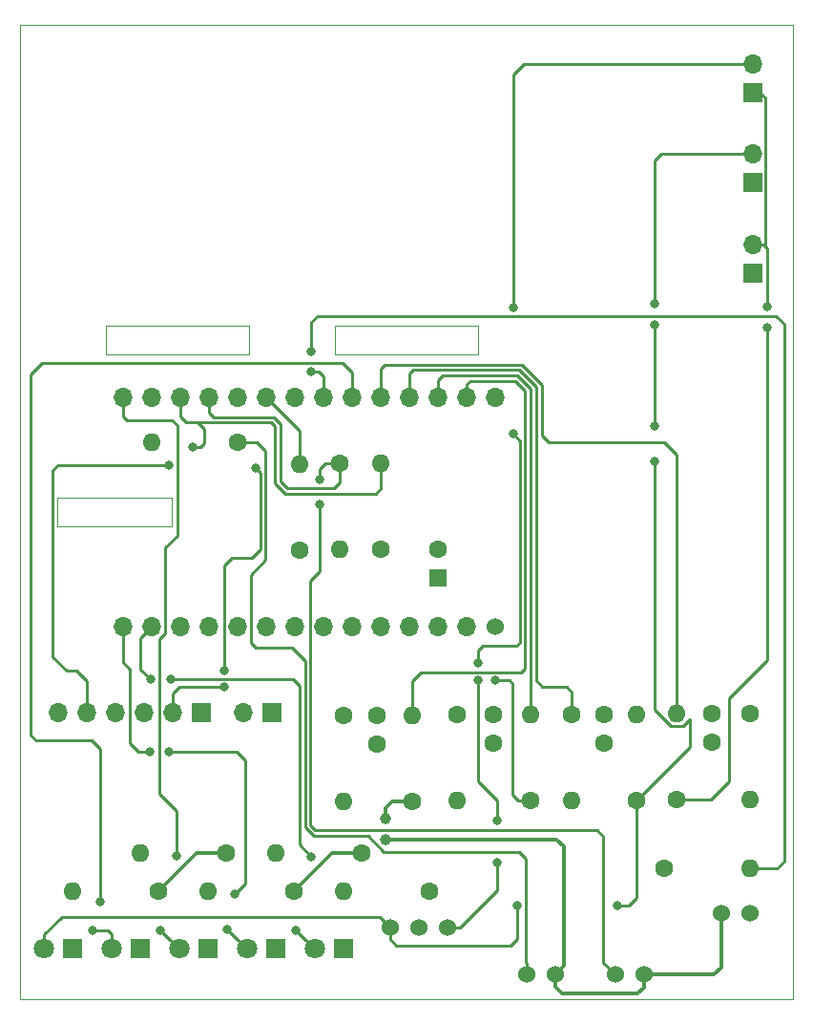
<source format=gbl>
G04 #@! TF.GenerationSoftware,KiCad,Pcbnew,(5.1.4)-1*
G04 #@! TF.CreationDate,2019-12-06T09:41:04+01:00*
G04 #@! TF.ProjectId,e-p-wifi,652d702d-7769-4666-992e-6b696361645f,1.0*
G04 #@! TF.SameCoordinates,Original*
G04 #@! TF.FileFunction,Copper,L2,Bot*
G04 #@! TF.FilePolarity,Positive*
%FSLAX46Y46*%
G04 Gerber Fmt 4.6, Leading zero omitted, Abs format (unit mm)*
G04 Created by KiCad (PCBNEW (5.1.4)-1) date 2019-12-06 09:41:04*
%MOMM*%
%LPD*%
G04 APERTURE LIST*
%ADD10C,0.100000*%
%ADD11R,1.800000X1.800000*%
%ADD12C,1.800000*%
%ADD13C,1.600000*%
%ADD14R,1.700000X1.700000*%
%ADD15O,1.700000X1.700000*%
%ADD16R,1.600000X1.600000*%
%ADD17O,1.600000X1.600000*%
%ADD18C,1.524000*%
%ADD19C,1.000000*%
%ADD20C,0.800000*%
%ADD21C,0.350000*%
%ADD22C,0.250000*%
G04 APERTURE END LIST*
D10*
X40326000Y-46670000D02*
X40326000Y-49210000D01*
X27626000Y-46670000D02*
X27626000Y-49210000D01*
X27626000Y-46670000D02*
X40326000Y-46670000D01*
X27626000Y-49210000D02*
X40326000Y-49210000D01*
X47940000Y-49210000D02*
X47940000Y-46670000D01*
X60640000Y-46670000D02*
X60640000Y-49210000D01*
X47940000Y-46670000D02*
X60640000Y-46670000D01*
X47940000Y-49210000D02*
X60640000Y-49210000D01*
X23302000Y-64450000D02*
X33462000Y-64450000D01*
X33462000Y-61910000D02*
X23302000Y-61910000D01*
X23302000Y-61910000D02*
X23302000Y-64450000D01*
X20000000Y-106360000D02*
X88580000Y-106360000D01*
X88580000Y-20000000D02*
X88580000Y-106360000D01*
X20000000Y-20000000D02*
X20000000Y-106360000D01*
X33462000Y-61910000D02*
X33462000Y-64450000D01*
X20000000Y-20000000D02*
X88580000Y-20000000D01*
D11*
X48700000Y-101900000D03*
D12*
X46160000Y-101900000D03*
X22160000Y-101900000D03*
D11*
X24700000Y-101900000D03*
D13*
X71790000Y-83660000D03*
X71790000Y-81160000D03*
D14*
X85000000Y-26000000D03*
D15*
X85000000Y-23460000D03*
D14*
X85000000Y-42000000D03*
D15*
X85000000Y-39460000D03*
X39790000Y-80960000D03*
D14*
X42330000Y-80960000D03*
D16*
X57100000Y-69000000D03*
D13*
X57100000Y-66500000D03*
D14*
X36130000Y-80960000D03*
D15*
X33590000Y-80960000D03*
X31050000Y-80960000D03*
X28510000Y-80960000D03*
X25970000Y-80960000D03*
X23430000Y-80960000D03*
D13*
X81390000Y-81060000D03*
X81390000Y-83560000D03*
X61990000Y-81160000D03*
X61990000Y-83660000D03*
D11*
X36700000Y-101900000D03*
D12*
X34160000Y-101900000D03*
D11*
X42700000Y-101900000D03*
D12*
X40160000Y-101900000D03*
D13*
X51690000Y-83760000D03*
X51690000Y-81260000D03*
D12*
X28160000Y-101900000D03*
D11*
X30700000Y-101900000D03*
D15*
X85000000Y-31460000D03*
D14*
X85000000Y-34000000D03*
D13*
X44800000Y-66600000D03*
D17*
X44800000Y-58980000D03*
X84790000Y-88680000D03*
D13*
X84790000Y-81060000D03*
D17*
X58790000Y-88780000D03*
D13*
X58790000Y-81160000D03*
X48400000Y-58900000D03*
D17*
X48400000Y-66520000D03*
X36700000Y-96800000D03*
D13*
X44320000Y-96800000D03*
D17*
X54790000Y-81240000D03*
D13*
X54790000Y-88860000D03*
X65300000Y-88770000D03*
D17*
X65300000Y-81150000D03*
D13*
X38310000Y-93430000D03*
D17*
X30690000Y-93430000D03*
D13*
X68990000Y-81160000D03*
D17*
X68990000Y-88780000D03*
X48700000Y-96810000D03*
D13*
X56320000Y-96810000D03*
X50320000Y-93410000D03*
D17*
X42700000Y-93410000D03*
X84770000Y-94800000D03*
D13*
X77150000Y-94800000D03*
D17*
X74690000Y-81140000D03*
D13*
X74690000Y-88760000D03*
X52000000Y-66500000D03*
D17*
X52000000Y-58880000D03*
X24700000Y-96800000D03*
D13*
X32320000Y-96800000D03*
D15*
X62165000Y-53020000D03*
X59625000Y-73340000D03*
X59625000Y-53020000D03*
X57085000Y-73340000D03*
X57085000Y-53020000D03*
X54545000Y-73340000D03*
X54545000Y-53020000D03*
X52005000Y-73340000D03*
X52005000Y-53020000D03*
X49465000Y-73340000D03*
X49465000Y-53020000D03*
X46925000Y-73340000D03*
X46925000Y-53020000D03*
X44385000Y-73340000D03*
X44385000Y-53020000D03*
X41845000Y-73340000D03*
X41845000Y-53020000D03*
X39305000Y-73340000D03*
X39305000Y-53020000D03*
X36765000Y-73340000D03*
X36765000Y-53020000D03*
X34225000Y-73340000D03*
X34225000Y-53020000D03*
X31685000Y-73340000D03*
X31685000Y-53020000D03*
X29145000Y-73340000D03*
X29145000Y-53020000D03*
D18*
X62165000Y-73340000D03*
D17*
X31680000Y-57000000D03*
D13*
X39300000Y-57000000D03*
X78290000Y-88660000D03*
D17*
X78290000Y-81040000D03*
D13*
X48690000Y-81260000D03*
D17*
X48690000Y-88880000D03*
D18*
X55400000Y-100000000D03*
X52860000Y-100000000D03*
X57940000Y-100000000D03*
X82230000Y-98725000D03*
X84770000Y-98725000D03*
X75370000Y-104200000D03*
X72830000Y-104200000D03*
X64930000Y-104200000D03*
X67470000Y-104200000D03*
D19*
X52434999Y-92234999D03*
X52434999Y-90365001D03*
D20*
X64100000Y-98080000D03*
X72970000Y-98080000D03*
X76310000Y-58700000D03*
X76310000Y-55590000D03*
X76310000Y-46620000D03*
X76310000Y-44750000D03*
X32480000Y-100290000D03*
X33880000Y-93650000D03*
X26480000Y-100280000D03*
X27130000Y-97750000D03*
X44510000Y-100250000D03*
X45850000Y-93740000D03*
X33420000Y-78000000D03*
X31570000Y-78000000D03*
X38420000Y-100210000D03*
X39090000Y-97050000D03*
X33210000Y-84430000D03*
X33210000Y-84430000D03*
X31520000Y-84430000D03*
X86310000Y-46810000D03*
X86310000Y-44960000D03*
X62330000Y-94290000D03*
X62330000Y-90560000D03*
X60640000Y-78125000D03*
X60640000Y-76550000D03*
X63750000Y-56290000D03*
X63760000Y-45060000D03*
X38090000Y-78725000D03*
X38090000Y-77270000D03*
X40950000Y-59320000D03*
X33200000Y-59020000D03*
X35340000Y-57430000D03*
X45870000Y-48990000D03*
X45870000Y-50715000D03*
X46600000Y-62500000D03*
X46600000Y-60300000D03*
X62160000Y-78125000D03*
D21*
X75370000Y-105330000D02*
X75370000Y-104200000D01*
X74800000Y-105900000D02*
X75370000Y-105330000D01*
X68092370Y-105900000D02*
X74800000Y-105900000D01*
X67470000Y-104200000D02*
X67470000Y-105277630D01*
X67470000Y-105277630D02*
X68092370Y-105900000D01*
X75370000Y-104200000D02*
X81600000Y-104200000D01*
X82230000Y-103570000D02*
X82230000Y-98725000D01*
X81600000Y-104200000D02*
X82230000Y-103570000D01*
X68231999Y-103438001D02*
X68231999Y-92831999D01*
X67470000Y-104200000D02*
X68231999Y-103438001D01*
X67634999Y-92234999D02*
X52434999Y-92234999D01*
X68231999Y-92831999D02*
X67634999Y-92234999D01*
X53040000Y-88860000D02*
X54790000Y-88860000D01*
X52434999Y-90365001D02*
X52434999Y-89465001D01*
X52434999Y-89465001D02*
X53040000Y-88860000D01*
X47710000Y-93410000D02*
X50320000Y-93410000D01*
X44320000Y-96800000D02*
X47710000Y-93410000D01*
X35690000Y-93430000D02*
X38310000Y-93430000D01*
X32320000Y-96800000D02*
X35690000Y-93430000D01*
D22*
X52005000Y-50495000D02*
X52005000Y-53020000D01*
X64549990Y-50149990D02*
X52350010Y-50149990D01*
X78290000Y-58090000D02*
X77200000Y-57000000D01*
X78290000Y-81040000D02*
X78290000Y-58090000D01*
X77200000Y-57000000D02*
X66900000Y-57000000D01*
X66900000Y-57000000D02*
X66300000Y-56400000D01*
X66300000Y-56400000D02*
X66300000Y-51900000D01*
X52350010Y-50149990D02*
X52005000Y-50495000D01*
X66300000Y-51900000D02*
X64549990Y-50149990D01*
X54545000Y-50955000D02*
X54545000Y-53020000D01*
X64300000Y-50600000D02*
X54900000Y-50600000D01*
X54900000Y-50600000D02*
X54545000Y-50955000D01*
X68990000Y-79170000D02*
X68500000Y-78680000D01*
X68500000Y-78680000D02*
X66350000Y-78680000D01*
X66350000Y-78680000D02*
X65800000Y-78130000D01*
X65800000Y-78130000D02*
X65800000Y-52100000D01*
X68990000Y-81160000D02*
X68990000Y-79170000D01*
X65800000Y-52100000D02*
X64300000Y-50600000D01*
X57100000Y-53005000D02*
X57085000Y-53020000D01*
X57085000Y-51515000D02*
X57085000Y-53020000D01*
X57500000Y-51100000D02*
X57085000Y-51515000D01*
X64163590Y-51100000D02*
X57500000Y-51100000D01*
X65300000Y-81150000D02*
X65300000Y-52236410D01*
X65300000Y-52236410D02*
X64163590Y-51100000D01*
X59625000Y-51875000D02*
X59625000Y-53020000D01*
X59949990Y-51550010D02*
X59625000Y-51875000D01*
X63950010Y-51550010D02*
X59949990Y-51550010D01*
X54790000Y-78180000D02*
X55570000Y-77400000D01*
X54790000Y-81240000D02*
X54790000Y-78180000D01*
X64450000Y-77400000D02*
X64800000Y-77050000D01*
X55570000Y-77400000D02*
X64450000Y-77400000D01*
X64800000Y-77050000D02*
X64800000Y-52400000D01*
X64800000Y-52400000D02*
X63950010Y-51550010D01*
X22160000Y-100627208D02*
X23727208Y-99060000D01*
X22160000Y-101900000D02*
X22160000Y-100627208D01*
X51920000Y-99060000D02*
X52860000Y-100000000D01*
X23727208Y-99060000D02*
X51920000Y-99060000D01*
X52860000Y-101077630D02*
X53402370Y-101620000D01*
X52860000Y-100000000D02*
X52860000Y-101077630D01*
X53402370Y-101620000D02*
X63520000Y-101620000D01*
X63520000Y-101620000D02*
X64100000Y-101040000D01*
X64100000Y-101040000D02*
X64100000Y-98080000D01*
X74690000Y-97410000D02*
X74690000Y-88760000D01*
X72970000Y-98080000D02*
X74020000Y-98080000D01*
X74020000Y-98080000D02*
X74690000Y-97410000D01*
X74690000Y-88760000D02*
X76480000Y-86970000D01*
X77749999Y-82165001D02*
X76310000Y-80725002D01*
X78830001Y-82165001D02*
X77749999Y-82165001D01*
X79415001Y-81580001D02*
X78830001Y-82165001D01*
X76480000Y-86970000D02*
X79415001Y-84034999D01*
X79415001Y-84034999D02*
X79415001Y-81580001D01*
X76310000Y-80725002D02*
X76310000Y-58700000D01*
X76310000Y-55590000D02*
X76310000Y-46620000D01*
X76870000Y-31460000D02*
X85000000Y-31460000D01*
X76310000Y-44750000D02*
X76310000Y-32020000D01*
X76310000Y-32020000D02*
X76870000Y-31460000D01*
X33260001Y-101000001D02*
X33190001Y-101000001D01*
X34160000Y-101900000D02*
X33260001Y-101000001D01*
X33190001Y-101000001D02*
X32480000Y-100290000D01*
X29520000Y-55060000D02*
X29145000Y-54685000D01*
X33950000Y-55500000D02*
X33510000Y-55060000D01*
X33950000Y-65270000D02*
X33950000Y-55500000D01*
X33880000Y-93650000D02*
X33880000Y-89710000D01*
X32350000Y-88180000D02*
X32350000Y-74414002D01*
X33510000Y-55060000D02*
X29520000Y-55060000D01*
X32350000Y-74414002D02*
X32860001Y-73904001D01*
X32860001Y-73904001D02*
X32860001Y-66359999D01*
X29145000Y-54685000D02*
X29145000Y-53020000D01*
X33880000Y-89710000D02*
X32350000Y-88180000D01*
X32860001Y-66359999D02*
X33950000Y-65270000D01*
X28160000Y-100627208D02*
X27812792Y-100280000D01*
X28160000Y-101900000D02*
X28160000Y-100627208D01*
X27812792Y-100280000D02*
X26480000Y-100280000D01*
X48640000Y-49990000D02*
X49465000Y-50815000D01*
X21920000Y-49990000D02*
X48640000Y-49990000D01*
X27130000Y-84210000D02*
X26380000Y-83460000D01*
X49465000Y-50815000D02*
X49465000Y-53020000D01*
X27130000Y-97750000D02*
X27130000Y-84210000D01*
X26380000Y-83460000D02*
X21410000Y-83460000D01*
X21410000Y-83460000D02*
X20930000Y-82980000D01*
X20930000Y-82980000D02*
X20930000Y-50980000D01*
X20930000Y-50980000D02*
X21920000Y-49990000D01*
X46160000Y-101900000D02*
X45260001Y-101000001D01*
X45260001Y-101000001D02*
X44510000Y-100250000D01*
X45850000Y-93740000D02*
X44800000Y-92690000D01*
X44800000Y-92690000D02*
X44800000Y-78560000D01*
X44800000Y-78560000D02*
X44240000Y-78000000D01*
X44240000Y-78000000D02*
X33420000Y-78000000D01*
X31570000Y-78000000D02*
X30690000Y-77120000D01*
X30690000Y-74335000D02*
X31685000Y-73340000D01*
X30690000Y-77120000D02*
X30690000Y-74335000D01*
X39260001Y-101000001D02*
X39210001Y-101000001D01*
X40160000Y-101900000D02*
X39260001Y-101000001D01*
X39210001Y-101000001D02*
X38420000Y-100210000D01*
X29145000Y-76495000D02*
X29145000Y-73340000D01*
X29770000Y-77120000D02*
X29145000Y-76495000D01*
X29770000Y-83660000D02*
X29770000Y-77120000D01*
X31520000Y-84430000D02*
X30540000Y-84430000D01*
X30540000Y-84430000D02*
X29770000Y-83660000D01*
X39220000Y-84430000D02*
X33210000Y-84430000D01*
X40020000Y-85230000D02*
X39220000Y-84430000D01*
X39090000Y-97050000D02*
X40020000Y-96120000D01*
X40020000Y-96120000D02*
X40020000Y-85230000D01*
X85950000Y-39460000D02*
X85000000Y-39460000D01*
X86310000Y-44960000D02*
X86310000Y-39820000D01*
X86310000Y-39820000D02*
X85950000Y-39460000D01*
X85680000Y-26000000D02*
X85000000Y-26000000D01*
X86175001Y-26495001D02*
X85680000Y-26000000D01*
X86310000Y-39820000D02*
X86175001Y-39685001D01*
X86175001Y-39685001D02*
X86175001Y-26495001D01*
X86310000Y-76300000D02*
X86310000Y-46810000D01*
X82890000Y-79720000D02*
X86310000Y-76300000D01*
X82890000Y-87060000D02*
X82890000Y-79720000D01*
X78290000Y-88660000D02*
X81290000Y-88660000D01*
X81290000Y-88660000D02*
X82890000Y-87060000D01*
X59017630Y-100000000D02*
X62330000Y-96687630D01*
X57940000Y-100000000D02*
X59017630Y-100000000D01*
X62330000Y-96687630D02*
X62330000Y-94290000D01*
X62330000Y-90560000D02*
X62330000Y-88750000D01*
X62330000Y-88750000D02*
X60640000Y-87060000D01*
X60640000Y-87060000D02*
X60640000Y-78050000D01*
X60640000Y-78050000D02*
X60640000Y-78125000D01*
X64740000Y-23460000D02*
X85000000Y-23460000D01*
X63760000Y-45060000D02*
X63760000Y-24440000D01*
X63760000Y-24440000D02*
X64740000Y-23460000D01*
X64349990Y-56889990D02*
X63750000Y-56290000D01*
X64349990Y-74750010D02*
X64349990Y-56889990D01*
X64040000Y-75060000D02*
X64349990Y-74750010D01*
X61070000Y-75060000D02*
X64040000Y-75060000D01*
X60640000Y-76550000D02*
X60640000Y-75490000D01*
X60640000Y-75490000D02*
X61070000Y-75060000D01*
X44800000Y-55975000D02*
X41845000Y-53020000D01*
X44800000Y-58980000D02*
X44800000Y-55975000D01*
X38090000Y-78720000D02*
X38090000Y-78725000D01*
X34113002Y-78720000D02*
X38090000Y-78720000D01*
X33590000Y-80960000D02*
X33590000Y-79243002D01*
X33590000Y-79243002D02*
X34113002Y-78720000D01*
X38090000Y-77270000D02*
X38090000Y-72815998D01*
X38090000Y-72815998D02*
X38090000Y-67970000D01*
X38090000Y-67970000D02*
X38820000Y-67240000D01*
X38820000Y-67240000D02*
X40620000Y-67240000D01*
X40620000Y-67240000D02*
X41339990Y-66520010D01*
X41339990Y-66520010D02*
X41339990Y-59709990D01*
X41339990Y-59709990D02*
X40950000Y-59320000D01*
X34225000Y-54725000D02*
X34225000Y-53020000D01*
X34750010Y-55250010D02*
X34225000Y-54725000D01*
X52000000Y-61100000D02*
X51549991Y-61550009D01*
X52000000Y-58880000D02*
X52000000Y-61100000D01*
X51549991Y-61550009D02*
X43513599Y-61550009D01*
X42600000Y-60636410D02*
X42600000Y-55536410D01*
X43513599Y-61550009D02*
X42600000Y-60636410D01*
X42600000Y-55536410D02*
X42313600Y-55250010D01*
X25970000Y-80960000D02*
X25970000Y-78180000D01*
X25970000Y-78180000D02*
X25040000Y-77250000D01*
X25040000Y-77250000D02*
X24140000Y-77250000D01*
X24140000Y-77250000D02*
X22910000Y-76020000D01*
X22910000Y-76020000D02*
X22910000Y-59470000D01*
X22910000Y-59470000D02*
X23360000Y-59020000D01*
X23360000Y-59020000D02*
X33200000Y-59020000D01*
X42313600Y-55250010D02*
X35759990Y-55250010D01*
X35759990Y-55250010D02*
X34750010Y-55250010D01*
X36340000Y-55830020D02*
X35759990Y-55250010D01*
X36340000Y-57120000D02*
X36340000Y-55830020D01*
X35340000Y-57430000D02*
X36030000Y-57430000D01*
X36030000Y-57430000D02*
X36340000Y-57120000D01*
X46925000Y-51135000D02*
X46925000Y-53020000D01*
X45870000Y-50715000D02*
X46505000Y-50715000D01*
X46505000Y-50715000D02*
X46925000Y-51135000D01*
X45870000Y-46350000D02*
X45870000Y-48990000D01*
X87150000Y-94800000D02*
X87790000Y-94160000D01*
X84770000Y-94800000D02*
X87150000Y-94800000D01*
X87790000Y-46520000D02*
X87070000Y-45800000D01*
X87790000Y-94160000D02*
X87790000Y-46520000D01*
X87070000Y-45800000D02*
X46420000Y-45800000D01*
X46420000Y-45800000D02*
X45870000Y-46350000D01*
X41040000Y-57000000D02*
X39300000Y-57000000D01*
X52288998Y-93310000D02*
X50908998Y-91930000D01*
X64320000Y-93310000D02*
X52288998Y-93310000D01*
X64920000Y-93910000D02*
X64320000Y-93310000D01*
X64920000Y-103112370D02*
X64920000Y-93910000D01*
X64930000Y-104200000D02*
X64930000Y-103122370D01*
X64930000Y-103122370D02*
X64920000Y-103112370D01*
X40480001Y-68759999D02*
X41790000Y-67450000D01*
X50908998Y-91930000D02*
X46093590Y-91930000D01*
X46093590Y-91930000D02*
X45299989Y-91136399D01*
X45299989Y-76389989D02*
X44160000Y-75250000D01*
X41790000Y-57750000D02*
X41040000Y-57000000D01*
X45299989Y-91136399D02*
X45299989Y-76389989D01*
X44160000Y-75250000D02*
X40910000Y-75250000D01*
X40910000Y-75250000D02*
X40480001Y-74820001D01*
X40480001Y-74820001D02*
X40480001Y-68759999D01*
X41790000Y-67450000D02*
X41790000Y-57750000D01*
X36765000Y-54365000D02*
X36765000Y-53020000D01*
X37200000Y-54800000D02*
X36765000Y-54365000D01*
X42500000Y-54800000D02*
X37200000Y-54800000D01*
X48400000Y-60600000D02*
X47900000Y-61100000D01*
X48400000Y-58900000D02*
X48400000Y-60600000D01*
X47900000Y-61100000D02*
X43700000Y-61100000D01*
X43700000Y-61100000D02*
X43100000Y-60500000D01*
X43100000Y-60500000D02*
X43100000Y-55400000D01*
X43100000Y-55400000D02*
X42500000Y-54800000D01*
X46600000Y-60300000D02*
X46600000Y-59400000D01*
X47100000Y-58900000D02*
X48400000Y-58900000D01*
X46600000Y-59400000D02*
X47100000Y-58900000D01*
X46600000Y-68400000D02*
X46600000Y-62500000D01*
X71742999Y-103112999D02*
X71742999Y-91942999D01*
X45749999Y-69250001D02*
X46600000Y-68400000D01*
X72830000Y-104200000D02*
X71742999Y-103112999D01*
X71200000Y-91400000D02*
X46200000Y-91400000D01*
X46200000Y-91400000D02*
X45749999Y-90949999D01*
X71742999Y-91942999D02*
X71200000Y-91400000D01*
X45749999Y-90949999D02*
X45749999Y-69250001D01*
X63405000Y-78125000D02*
X62160000Y-78125000D01*
X63670000Y-78390000D02*
X63405000Y-78125000D01*
X63670000Y-88271370D02*
X63670000Y-78390000D01*
X65300000Y-88770000D02*
X64168630Y-88770000D01*
X64168630Y-88770000D02*
X63670000Y-88271370D01*
M02*

</source>
